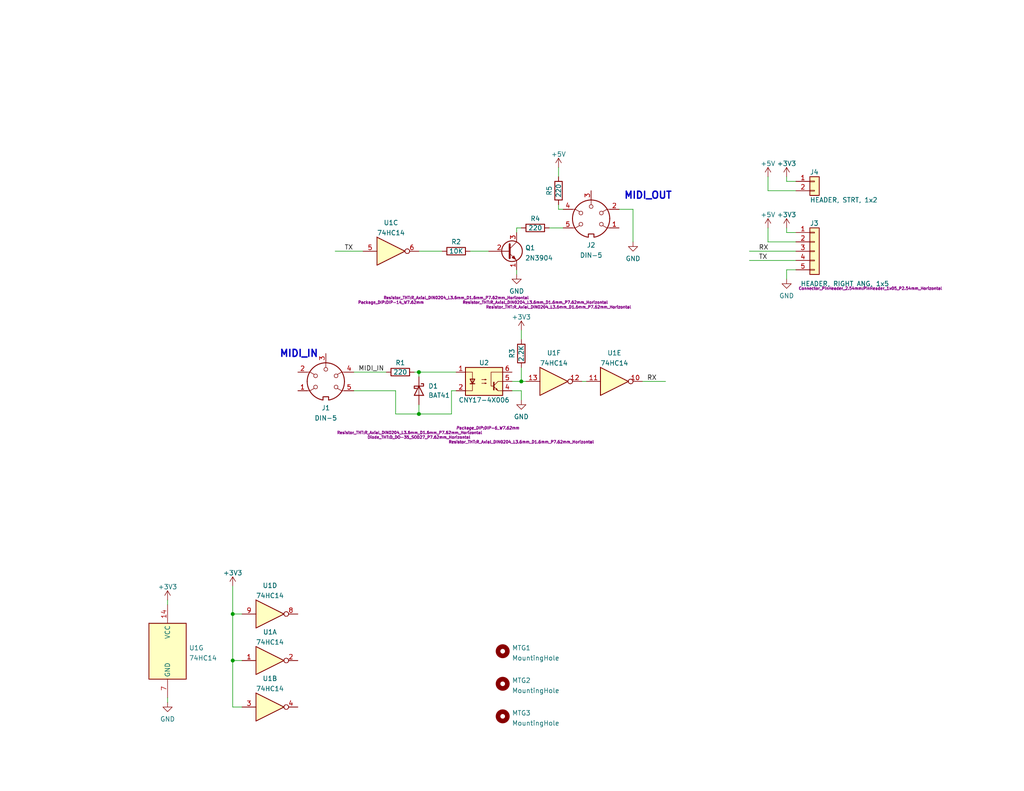
<source format=kicad_sch>
(kicad_sch (version 20211123) (generator eeschema)
  (paper "A")
  (title_block (title "MIDI-IN-OUT") (date "2022-09-29") (rev "1") (company "Land Boards, LLC"))
  (lib_symbols
    (symbol "74xx:74HC04"
      (property "Reference" "U" (at 0 1.27 0))
      (property "Value" "74HC04" (at 0 -1.27 0))
      (symbol "74HC04_1_0"
        (polyline (pts (xy -3.81 3.81) (xy -3.81 -3.81) (xy 3.81 0) (xy -3.81 3.81)) (stroke (width 0.254)) (fill (type background)))
        (pin input line (at -7.62 0 0) (length 3.81) (name "~") (number "1"))
        (pin output inverted (at 7.62 0 180) (length 3.81) (name "~") (number "2"))
      )
      (symbol "74HC04_2_0"
        (polyline (pts (xy -3.81 3.81) (xy -3.81 -3.81) (xy 3.81 0) (xy -3.81 3.81)) (stroke (width 0.254)) (fill (type background)))
        (pin input line (at -7.62 0 0) (length 3.81) (name "~") (number "3"))
        (pin output inverted (at 7.62 0 180) (length 3.81) (name "~") (number "4"))
      )
      (symbol "74HC04_3_0"
        (polyline (pts (xy -3.81 3.81) (xy -3.81 -3.81) (xy 3.81 0) (xy -3.81 3.81)) (stroke (width 0.254)) (fill (type background)))
        (pin input line (at -7.62 0 0) (length 3.81) (name "~") (number "5"))
        (pin output inverted (at 7.62 0 180) (length 3.81) (name "~") (number "6"))
      )
      (symbol "74HC04_4_0"
        (polyline (pts (xy -3.81 3.81) (xy -3.81 -3.81) (xy 3.81 0) (xy -3.81 3.81)) (stroke (width 0.254)) (fill (type background)))
        (pin output inverted (at 7.62 0 180) (length 3.81) (name "~") (number "8"))
        (pin input line (at -7.62 0 0) (length 3.81) (name "~") (number "9"))
      )
      (symbol "74HC04_5_0"
        (polyline (pts (xy -3.81 3.81) (xy -3.81 -3.81) (xy 3.81 0) (xy -3.81 3.81)) (stroke (width 0.254)) (fill (type background)))
        (pin output inverted (at 7.62 0 180) (length 3.81) (name "~") (number "10"))
        (pin input line (at -7.62 0 0) (length 3.81) (name "~") (number "11"))
      )
      (symbol "74HC04_6_0"
        (polyline (pts (xy -3.81 3.81) (xy -3.81 -3.81) (xy 3.81 0) (xy -3.81 3.81)) (stroke (width 0.254)) (fill (type background)))
        (pin output inverted (at 7.62 0 180) (length 3.81) (name "~") (number "12"))
        (pin input line (at -7.62 0 0) (length 3.81) (name "~") (number "13"))
      )
      (symbol "74HC04_7_0"
        (pin power_in line (at 0 12.7 270) (length 5.08) (name "VCC") (number "14"))
        (pin power_in line (at 0 -12.7 90) (length 5.08) (name "GND") (number "7"))
      )
      (symbol "74HC04_7_1"
        (rectangle (start -5.08 7.62) (end 5.08 -7.62) (stroke (width 0.254)) (fill (type background)))
      )
    )
    (symbol "Connector:DIN-5" (pin_names (offset 1.016))
      (property "Reference" "J" (at 3.175 5.715 0))
      (property "Value" "DIN-5" (at 0 -6.35 0))
      (symbol "DIN-5_0_1"
        (arc (start -5.08 0) (mid -3.8597 -3.3379) (end -0.762 -5.08) (stroke (width 0.254)))
        (circle (center -2.794 -1.524) (radius 0.508))
        (circle (center -2.794 1.524) (radius 0.508))
        (polyline (pts (xy 0 5.08) (xy 0 3.81)))
        (polyline (pts (xy -5.08 -2.54) (xy -4.318 -2.54) (xy -3.175 -1.905)))
        (polyline (pts (xy -5.08 2.54) (xy -4.318 2.54) (xy -3.175 1.905)))
        (polyline (pts (xy 5.08 -2.54) (xy 4.318 -2.54) (xy 3.175 -1.905)))
        (polyline (pts (xy 5.08 2.54) (xy 4.318 2.54) (xy 3.175 1.905)))
        (polyline (pts (xy -0.762 -4.953) (xy -0.762 -4.191) (xy 0.762 -4.191) (xy 0.762 -4.953)) (stroke (width 0.254)))
        (circle (center 0 3.302) (radius 0.508))
        (arc (start 0.762 -5.08) (mid 3.8673 -3.3444) (end 5.08 0) (stroke (width 0.254)))
        (circle (center 2.794 -1.524) (radius 0.508))
        (circle (center 2.794 1.524) (radius 0.508))
        (arc (start 5.08 0) (mid 0 5.08) (end -5.08 0) (stroke (width 0.254)))
      )
      (symbol "DIN-5_1_1"
        (pin passive line (at -7.62 -2.54 0) (length 2.54) (name "~") (number "1"))
        (pin passive line (at -7.62 2.54 0) (length 2.54) (name "~") (number "2"))
        (pin passive line (at 0 7.62 270) (length 2.54) (name "~") (number "3"))
        (pin passive line (at 7.62 2.54 180) (length 2.54) (name "~") (number "4"))
        (pin passive line (at 7.62 -2.54 180) (length 2.54) (name "~") (number "5"))
      )
    )
    (symbol "Connector_Generic:Conn_01x02" (pin_names (offset 1.016) hide)
      (property "Reference" "J" (at 0 2.54 0))
      (property "Value" "Conn_01x02" (at 0 -5.08 0))
      (symbol "Conn_01x02_1_1"
        (rectangle (start -1.27 -2.413) (end 0 -2.667) (stroke (width 0.1524)))
        (rectangle (start -1.27 0.127) (end 0 -0.127) (stroke (width 0.1524)))
        (rectangle (start -1.27 1.27) (end 1.27 -3.81) (stroke (width 0.254)) (fill (type background)))
        (pin passive line (at -5.08 0 0) (length 3.81) (name "Pin_1") (number "1"))
        (pin passive line (at -5.08 -2.54 0) (length 3.81) (name "Pin_2") (number "2"))
      )
    )
    (symbol "Connector_Generic:Conn_01x05" (pin_names (offset 1.016) hide)
      (property "Reference" "J" (at 0 7.62 0))
      (property "Value" "Conn_01x05" (at 0 -7.62 0))
      (symbol "Conn_01x05_1_1"
        (rectangle (start -1.27 -4.953) (end 0 -5.207) (stroke (width 0.1524)))
        (rectangle (start -1.27 -2.413) (end 0 -2.667) (stroke (width 0.1524)))
        (rectangle (start -1.27 0.127) (end 0 -0.127) (stroke (width 0.1524)))
        (rectangle (start -1.27 2.667) (end 0 2.413) (stroke (width 0.1524)))
        (rectangle (start -1.27 5.207) (end 0 4.953) (stroke (width 0.1524)))
        (rectangle (start -1.27 6.35) (end 1.27 -6.35) (stroke (width 0.254)) (fill (type background)))
        (pin passive line (at -5.08 5.08 0) (length 3.81) (name "Pin_1") (number "1"))
        (pin passive line (at -5.08 2.54 0) (length 3.81) (name "Pin_2") (number "2"))
        (pin passive line (at -5.08 0 0) (length 3.81) (name "Pin_3") (number "3"))
        (pin passive line (at -5.08 -2.54 0) (length 3.81) (name "Pin_4") (number "4"))
        (pin passive line (at -5.08 -5.08 0) (length 3.81) (name "Pin_5") (number "5"))
      )
    )
    (symbol "Device:D_Schottky" (pin_numbers hide) (pin_names (offset 1.016) hide)
      (property "Reference" "D" (at 0 2.54 0))
      (property "Value" "D_Schottky" (at 0 -2.54 0))
      (symbol "D_Schottky_0_1"
        (polyline (pts (xy 1.27 0) (xy -1.27 0)))
        (polyline (pts (xy 1.27 1.27) (xy 1.27 -1.27) (xy -1.27 0) (xy 1.27 1.27)) (stroke (width 0.254)))
        (polyline (pts (xy -1.905 0.635) (xy -1.905 1.27) (xy -1.27 1.27) (xy -1.27 -1.27) (xy -0.635 -1.27) (xy -0.635 -0.635)) (stroke (width 0.254)))
      )
      (symbol "D_Schottky_1_1"
        (pin passive line (at -3.81 0 0) (length 2.54) (name "K") (number "1"))
        (pin passive line (at 3.81 0 180) (length 2.54) (name "A") (number "2"))
      )
    )
    (symbol "Device:R" (pin_numbers hide) (pin_names (offset 0))
      (property "Reference" "R" (at 2.032 0 90))
      (property "Value" "R" (at 0 0 90))
      (symbol "R_0_1"
        (rectangle (start -1.016 -2.54) (end 1.016 2.54) (stroke (width 0.254)))
      )
      (symbol "R_1_1"
        (pin passive line (at 0 3.81 270) (length 1.27) (name "~") (number "1"))
        (pin passive line (at 0 -3.81 90) (length 1.27) (name "~") (number "2"))
      )
    )
    (symbol "Isolator:4N26" (pin_names (offset 1.016))
      (property "Reference" "U" (at -5.08 5.08 0))
      (property "Value" "4N26" (at 0 5.08 0))
      (symbol "4N26_0_1"
        (rectangle (start -5.08 3.81) (end 5.08 -3.81) (stroke (width 0.254)) (fill (type background)))
        (polyline (pts (xy -3.81 -0.635) (xy -2.54 -0.635)) (stroke (width 0.254)))
        (polyline (pts (xy 2.667 -1.397) (xy 3.81 -2.54)))
        (polyline (pts (xy 2.667 -1.143) (xy 3.81 0)))
        (polyline (pts (xy 3.81 -2.54) (xy 5.08 -2.54)))
        (polyline (pts (xy 3.81 0) (xy 5.08 0)))
        (polyline (pts (xy 2.667 -0.254) (xy 2.667 -2.286) (xy 2.667 -2.286)) (stroke (width 0.3556)))
        (polyline (pts (xy -5.08 -2.54) (xy -3.175 -2.54) (xy -3.175 2.54) (xy -5.08 2.54)))
        (polyline (pts (xy -3.175 -0.635) (xy -3.81 0.635) (xy -2.54 0.635) (xy -3.175 -0.635)) (stroke (width 0.254)))
        (polyline (pts (xy 3.683 -2.413) (xy 3.429 -1.905) (xy 3.175 -2.159) (xy 3.683 -2.413)))
        (polyline (pts (xy 5.08 2.54) (xy 1.905 2.54) (xy 1.905 -1.27) (xy 2.54 -1.27)))
        (polyline (pts (xy -0.635 -0.508) (xy 0.635 -0.508) (xy 0.254 -0.635) (xy 0.254 -0.381) (xy 0.635 -0.508)))
        (polyline (pts (xy -0.635 0.508) (xy 0.635 0.508) (xy 0.254 0.381) (xy 0.254 0.635) (xy 0.635 0.508)))
      )
      (symbol "4N26_1_1"
        (pin passive line (at -7.62 2.54 0) (length 2.54) (name "~") (number "1"))
        (pin passive line (at -7.62 -2.54 0) (length 2.54) (name "~") (number "2"))
        (pin no_connect line (at -5.08 0 0) (length 2.54) hide (name "NC") (number "3"))
        (pin passive line (at 7.62 -2.54 180) (length 2.54) (name "~") (number "4"))
        (pin passive line (at 7.62 0 180) (length 2.54) (name "~") (number "5"))
        (pin passive line (at 7.62 2.54 180) (length 2.54) (name "~") (number "6"))
      )
    )
    (symbol "Mechanical:MountingHole" (pin_names (offset 1.016))
      (property "Reference" "H" (at 0 5.08 0))
      (property "Value" "MountingHole" (at 0 3.175 0))
      (symbol "MountingHole_0_1"
        (circle (center 0 0) (radius 1.27) (stroke (width 1.27)))
      )
    )
    (symbol "Transistor_BJT:2N3904" (pin_names (offset 0) hide)
      (property "Reference" "Q" (at 5.08 1.905 0))
      (property "Value" "2N3904" (at 5.08 0 0))
      (symbol "2N3904_0_1"
        (polyline (pts (xy 0.635 0.635) (xy 2.54 2.54)))
        (polyline (pts (xy 0.635 -0.635) (xy 2.54 -2.54) (xy 2.54 -2.54)))
        (polyline (pts (xy 0.635 1.905) (xy 0.635 -1.905) (xy 0.635 -1.905)) (stroke (width 0.508)))
        (polyline (pts (xy 1.27 -1.778) (xy 1.778 -1.27) (xy 2.286 -2.286) (xy 1.27 -1.778) (xy 1.27 -1.778)) (fill (type outline)))
        (circle (center 1.27 0) (radius 2.8194) (stroke (width 0.254)))
      )
      (symbol "2N3904_1_1"
        (pin passive line (at 2.54 -5.08 90) (length 2.54) (name "E") (number "1"))
        (pin passive line (at -5.08 0 0) (length 5.715) (name "B") (number "2"))
        (pin passive line (at 2.54 5.08 270) (length 2.54) (name "C") (number "3"))
      )
    )
    (symbol "power:+3.3V" (power) (pin_names (offset 0))
      (property "Value" "+3.3V" (at 0 3.556 0))
      (symbol "+3.3V_0_1"
        (polyline (pts (xy -0.762 1.27) (xy 0 2.54)))
        (polyline (pts (xy 0 0) (xy 0 2.54)))
        (polyline (pts (xy 0 2.54) (xy 0.762 1.27)))
      )
      (symbol "+3.3V_1_1"
        (pin power_in line (at 0 0 90) (length 0) hide (name "+3V3") (number "1"))
      )
    )
    (symbol "power:+5V" (power) (pin_names (offset 0))
      (property "Value" "+5V" (at 0 3.556 0))
      (symbol "+5V_0_1"
        (polyline (pts (xy -0.762 1.27) (xy 0 2.54)))
        (polyline (pts (xy 0 0) (xy 0 2.54)))
        (polyline (pts (xy 0 2.54) (xy 0.762 1.27)))
      )
      (symbol "+5V_1_1"
        (pin power_in line (at 0 0 90) (length 0) hide (name "+5V") (number "1"))
      )
    )
    (symbol "power:GND" (power) (pin_names (offset 0))
      (property "Value" "GND" (at 0 -3.81 0))
      (symbol "GND_0_1"
        (polyline (pts (xy 0 0) (xy 0 -1.27) (xy 1.27 -1.27) (xy 0 -2.54) (xy -1.27 -1.27) (xy 0 -1.27)))
      )
      (symbol "GND_1_1"
        (pin power_in line (at 0 0 270) (length 0) hide (name "GND") (number "1"))
      )
    )
  )
  (junction (at 114.3 113.03))
  (junction (at 63.5 167.64))
  (junction (at 63.5 180.34))
  (junction (at 142.24 104.14))
  (junction (at 114.3 101.6))
  (wire (pts (xy 139.7 106.68) (xy 142.24 106.68)))
  (wire (pts (xy 217.17 52.07) (xy 209.55 52.07)))
  (wire (pts (xy 139.7 104.14) (xy 142.24 104.14)))
  (wire (pts (xy 45.72 163.83) (xy 45.72 165.1)))
  (wire (pts (xy 114.3 113.03) (xy 123.19 113.03)))
  (wire (pts (xy 160.02 104.14) (xy 158.75 104.14)))
  (wire (pts (xy 204.47 68.58) (xy 217.17 68.58)))
  (wire (pts (xy 214.63 76.2) (xy 214.63 73.66)))
  (wire (pts (xy 152.4 57.15) (xy 152.4 55.88)))
  (wire (pts (xy 123.19 106.68) (xy 124.46 106.68)))
  (wire (pts (xy 214.63 73.66) (xy 217.17 73.66)))
  (wire (pts (xy 217.17 49.53) (xy 214.63 49.53)))
  (wire (pts (xy 214.63 49.53) (xy 214.63 48.26)))
  (wire (pts (xy 123.19 113.03) (xy 123.19 106.68)))
  (wire (pts (xy 142.24 104.14) (xy 143.51 104.14)))
  (wire (pts (xy 113.03 101.6) (xy 114.3 101.6)))
  (wire (pts (xy 142.24 90.17) (xy 142.24 92.71)))
  (wire (pts (xy 149.86 62.23) (xy 153.67 62.23)))
  (wire (pts (xy 152.4 57.15) (xy 153.67 57.15)))
  (wire (pts (xy 63.5 167.64) (xy 66.04 167.64)))
  (wire (pts (xy 107.95 106.68) (xy 107.95 113.03)))
  (wire (pts (xy 45.72 190.5) (xy 45.72 191.77)))
  (wire (pts (xy 168.91 57.15) (xy 172.72 57.15)))
  (wire (pts (xy 114.3 101.6) (xy 124.46 101.6)))
  (wire (pts (xy 172.72 57.15) (xy 172.72 66.04)))
  (wire (pts (xy 63.5 180.34) (xy 66.04 180.34)))
  (wire (pts (xy 140.97 63.5) (xy 140.97 62.23)))
  (wire (pts (xy 217.17 63.5) (xy 214.63 63.5)))
  (wire (pts (xy 96.52 106.68) (xy 107.95 106.68)))
  (wire (pts (xy 105.41 101.6) (xy 96.52 101.6)))
  (wire (pts (xy 107.95 113.03) (xy 114.3 113.03)))
  (wire (pts (xy 142.24 106.68) (xy 142.24 109.22)))
  (wire (pts (xy 128.27 68.58) (xy 133.35 68.58)))
  (wire (pts (xy 114.3 101.6) (xy 114.3 102.87)))
  (wire (pts (xy 114.3 113.03) (xy 114.3 110.49)))
  (wire (pts (xy 214.63 63.5) (xy 214.63 62.23)))
  (wire (pts (xy 142.24 104.14) (xy 142.24 100.33)))
  (wire (pts (xy 63.5 160.02) (xy 63.5 167.64)))
  (wire (pts (xy 66.04 193.04) (xy 63.5 193.04)))
  (wire (pts (xy 175.26 104.14) (xy 181.61 104.14)))
  (wire (pts (xy 63.5 180.34) (xy 63.5 193.04)))
  (wire (pts (xy 152.4 45.72) (xy 152.4 48.26)))
  (wire (pts (xy 140.97 73.66) (xy 140.97 74.93)))
  (wire (pts (xy 63.5 167.64) (xy 63.5 180.34)))
  (wire (pts (xy 204.47 71.12) (xy 217.17 71.12)))
  (wire (pts (xy 114.3 68.58) (xy 120.65 68.58)))
  (wire (pts (xy 91.44 68.58) (xy 99.06 68.58)))
  (wire (pts (xy 217.17 66.04) (xy 209.55 66.04)))
  (wire (pts (xy 209.55 48.26) (xy 209.55 52.07)))
  (wire (pts (xy 209.55 62.23) (xy 209.55 66.04)))
  (wire (pts (xy 140.97 62.23) (xy 142.24 62.23)))
  (text "MIDI_IN" (at 76.2 97.79 0) (effects (font (size 1.905 1.905) (thickness 0.381) bold) (justify left bottom)))
  (text "MIDI_OUT" (at 170.18 54.61 0) (effects (font (size 1.905 1.905) (thickness 0.381) bold) (justify left bottom)))
  (label "TX" (at 207.01 71.12 0))
  (label "TX" (at 93.98 68.58 0))
  (label "RX" (at 176.53 104.14 0))
  (label "MIDI_IN" (at 97.79 101.6 0))
  (label "RX" (at 207.01 68.58 0))
  (symbol (lib_id "Isolator:4N26") (at 132.08 104.14 0) (unit 1)
    (property "Reference" "U2" (at 132.08 99.06 0))
    (property "Value" "CNY17-4X006" (at 132.08 109.22 0))
    (property "Footprint" "Package_DIP:DIP-6_W7.62mm" (at 124.46 116.84 0) (effects (font (size 0.762 0.762) italic) (justify left)))
    (property "Datasheet" "https://www.mouser.com/ProductDetail/Vishay-Semiconductors/CNY17-4X006?qs=%2Fjqivxn91ccVZaHNJrlaNA%3D%3D" (effects hide))
  )
  (symbol (lib_id "power:GND") (at 172.72 66.04 0) (unit 1)
    (property "Reference" "#PWR0105" (effects hide))
    (property "Value" "GND" (at 172.72 70.6025 0))
  )
  (symbol (lib_id "74xx:74HC04") (at 73.66 167.64 0) (unit 4)
    (property "Reference" "U1" (at 73.66 159.8635 0))
    (property "Value" "74HC14" (at 73.66 162.6386 0))
    (property "Footprint" "Package_DIP:DIP-14_W7.62mm" (effects hide))
    (property "Datasheet" "https://www.mouser.com/ProductDetail/595-SN74HC14AN" (effects hide))
  )
  (symbol (lib_id "power:+3.3V") (at 45.72 163.83 0) (unit 1)
    (property "Reference" "#PWR0101" (effects hide))
    (property "Value" "+3.3V" (at 45.72 160.2255 0))
  )
  (symbol (lib_id "Connector:DIN-5") (at 88.9 104.14 0) (unit 1)
    (property "Reference" "J1" (at 88.9001 111.3695 0))
    (property "Value" "DIN-5" (at 88.9001 114.1446 0))
    (property "Footprint" "LandBoards_Conns:MIDI_DIN-5" (effects hide))
    (property "Datasheet" "https://www.amazon.com/dp/B07NY6Z2N7?psc=1&ref=ppx_yo2ov_dt_b_product_details" (effects hide))
  )
  (symbol (lib_id "Connector_Generic:Conn_01x02") (at 222.25 49.53 0) (unit 1)
    (property "Reference" "J4" (at 220.98 46.99 0) (effects (justify left)))
    (property "Value" "HEADER, STRT, 1x2" (at 220.98 54.61 0) (effects (justify left)))
    (property "Footprint" "Connector_PinHeader_2.54mm:PinHeader_1x02_P2.54mm_Vertical" (effects hide))
  )
  (symbol (lib_id "Transistor_BJT:2N3904") (at 138.43 68.58 0) (unit 1)
    (property "Reference" "Q1" (at 143.2813 67.6715 0) (effects (justify left)))
    (property "Value" "2N3904" (at 143.2813 70.4466 0) (effects (justify left)))
    (property "Footprint" "Package_TO_SOT_THT:TO-92_Inline" (effects hide))
    (property "Datasheet" "https://www.onsemi.com/pub/Collateral/2N3903-D.PDF" (effects hide))
  )
  (symbol (lib_id "Mechanical:MountingHole") (at 137.16 177.8 0) (unit 1)
    (property "Reference" "MTG1" (at 139.7 176.8915 0) (effects (justify left)))
    (property "Value" "MountingHole" (at 139.7 179.6666 0) (effects (justify left)))
    (property "Footprint" "LandBoards_MountHoles:MTG-4-40-SMALL" (effects hide))
  )
  (symbol (lib_id "Device:R") (at 124.46 68.58 270) (mirror x) (unit 1)
    (property "Reference" "R2" (at 124.46 66.04 90))
    (property "Value" "10K" (at 124.46 68.58 90))
    (property "Footprint" "Resistor_THT:R_Axial_DIN0204_L3.6mm_D1.6mm_P7.62mm_Horizontal" (at 124.46 81.28 90) (effects (font (size 0.762 0.762))))
    (property "Datasheet" "https://www.mouser.com/ProductDetail/Xicon/299-10K-RC?qs=qNdDiqE2HS9kugz4oNhLDw%3D%3D" (effects hide))
  )
  (symbol (lib_id "Connector:DIN-5") (at 161.29 59.69 0) (mirror y) (unit 1)
    (property "Reference" "J2" (at 161.2899 66.9195 0))
    (property "Value" "DIN-5" (at 161.2899 69.6946 0))
    (property "Footprint" "LandBoards_Conns:MIDI_DIN-5" (effects hide))
    (property "Datasheet" "https://www.amazon.com/dp/B07NY6Z2N7?psc=1&ref=ppx_yo2ov_dt_b_product_details" (effects hide))
  )
  (symbol (lib_id "74xx:74HC04") (at 45.72 177.8 0) (mirror y) (unit 7)
    (property "Reference" "U1" (at 51.562 176.8915 0) (effects (justify right)))
    (property "Value" "74HC14" (at 51.562 179.6666 0) (effects (justify right)))
    (property "Footprint" "Package_DIP:DIP-14_W7.62mm" (effects hide))
    (property "Datasheet" "https://www.mouser.com/ProductDetail/595-SN74HC14AN" (effects hide))
  )
  (symbol (lib_id "Device:R") (at 146.05 62.23 90) (unit 1)
    (property "Reference" "R4" (at 146.05 59.69 90))
    (property "Value" "220" (at 146.05 62.23 90))
    (property "Footprint" "Resistor_THT:R_Axial_DIN0204_L3.6mm_D1.6mm_P7.62mm_Horizontal" (at 146.05 82.55 90) (effects (font (size 0.762 0.762))))
    (property "Datasheet" "https://www.mouser.com/ProductDetail/Xicon/299-220-RC?qs=MNX0Jdkv8mSgBtBJYBhvZQ%3D%3D" (effects hide))
  )
  (symbol (lib_id "power:+5V") (at 209.55 48.26 0) (unit 1)
    (property "Reference" "#PWR0112" (effects hide))
    (property "Value" "+5V" (at 209.55 44.6555 0))
  )
  (symbol (lib_id "power:GND") (at 45.72 191.77 0) (unit 1)
    (property "Reference" "#PWR0102" (effects hide))
    (property "Value" "GND" (at 45.72 196.3325 0))
  )
  (symbol (lib_id "Device:R") (at 142.24 96.52 180) (unit 1)
    (property "Reference" "R3" (at 139.7 96.52 90))
    (property "Value" "2.2K" (at 142.24 96.52 90))
    (property "Footprint" "Resistor_THT:R_Axial_DIN0204_L3.6mm_D1.6mm_P7.62mm_Horizontal" (at 142.24 120.65 0) (effects (font (size 0.762 0.762))))
    (property "Datasheet" "https://www.mouser.com/ProductDetail/Xicon/299-2.2K-RC?qs=QaPBMFBEHz3RDbXknTj%252ByA%3D%3D" (effects hide))
  )
  (symbol (lib_id "Device:R") (at 109.22 101.6 90) (unit 1)
    (property "Reference" "R1" (at 109.22 99.06 90))
    (property "Value" "220" (at 109.22 101.6 90))
    (property "Footprint" "Resistor_THT:R_Axial_DIN0204_L3.6mm_D1.6mm_P7.62mm_Horizontal" (at 111.76 118.11 90) (effects (font (size 0.762 0.762))))
    (property "Datasheet" "https://www.mouser.com/ProductDetail/Xicon/299-220-RC?qs=MNX0Jdkv8mSgBtBJYBhvZQ%3D%3D" (effects hide))
  )
  (symbol (lib_id "Mechanical:MountingHole") (at 137.16 195.58 0) (unit 1)
    (property "Reference" "MTG3" (at 139.7 194.6715 0) (effects (justify left)))
    (property "Value" "MountingHole" (at 139.7 197.4466 0) (effects (justify left)))
    (property "Footprint" "LandBoards_MountHoles:MTG-4-40-SMALL" (effects hide))
  )
  (symbol (lib_id "Device:R") (at 152.4 52.07 180) (unit 1)
    (property "Reference" "R5" (at 149.86 52.07 90))
    (property "Value" "220" (at 152.4 52.07 90))
    (property "Footprint" "Resistor_THT:R_Axial_DIN0204_L3.6mm_D1.6mm_P7.62mm_Horizontal" (at 152.4 83.82 0) (effects (font (size 0.762 0.762))))
    (property "Datasheet" "https://www.mouser.com/ProductDetail/Xicon/299-220-RC?qs=MNX0Jdkv8mSgBtBJYBhvZQ%3D%3D" (effects hide))
  )
  (symbol (lib_id "74xx:74HC04") (at 73.66 180.34 0) (unit 1)
    (property "Reference" "U1" (at 73.66 172.5635 0))
    (property "Value" "74HC14" (at 73.66 175.3386 0))
    (property "Footprint" "Package_DIP:DIP-14_W7.62mm" (effects hide))
    (property "Datasheet" "https://www.mouser.com/ProductDetail/595-SN74HC14AN" (effects hide))
  )
  (symbol (lib_id "power:+5V") (at 152.4 45.72 0) (unit 1)
    (property "Reference" "#PWR0106" (effects hide))
    (property "Value" "+5V" (at 152.4 42.1155 0))
  )
  (symbol (lib_id "power:GND") (at 140.97 74.93 0) (mirror y) (unit 1)
    (property "Reference" "#PWR0108" (effects hide))
    (property "Value" "GND" (at 140.97 79.4925 0))
  )
  (symbol (lib_id "74xx:74HC04") (at 73.66 193.04 0) (unit 2)
    (property "Reference" "U1" (at 73.66 185.2635 0))
    (property "Value" "74HC14" (at 73.66 188.0386 0))
    (property "Footprint" "Package_DIP:DIP-14_W7.62mm" (effects hide))
    (property "Datasheet" "https://www.mouser.com/ProductDetail/595-SN74HC14AN" (effects hide))
  )
  (symbol (lib_id "Connector_Generic:Conn_01x05") (at 222.25 68.58 0) (unit 1)
    (property "Reference" "J3" (at 220.98 60.96 0) (effects (justify left)))
    (property "Value" "HEADER, RIGHT ANG, 1x5" (at 218.44 77.47 0) (effects (justify left)))
    (property "Footprint" "Connector_PinHeader_2.54mm:PinHeader_1x05_P2.54mm_Horizontal" (at 237.49 78.74 0) (effects (font (size 0.762 0.762))))
  )
  (symbol (lib_id "power:GND") (at 142.24 109.22 0) (unit 1)
    (property "Reference" "#PWR0104" (effects hide))
    (property "Value" "GND" (at 142.24 113.7825 0))
  )
  (symbol (lib_id "power:+3.3V") (at 63.5 160.02 0) (unit 1)
    (property "Reference" "#PWR0103" (effects hide))
    (property "Value" "+3.3V" (at 63.5 156.4155 0))
  )
  (symbol (lib_id "Device:D_Schottky") (at 114.3 106.68 270) (unit 1)
    (property "Reference" "D1" (at 116.84 105.41 90) (effects (justify left)))
    (property "Value" "BAT41" (at 116.84 107.95 90) (effects (justify left)))
    (property "Footprint" "Diode_THT:D_DO-35_SOD27_P7.62mm_Horizontal" (at 114.3 119.38 90) (effects (font (size 0.762 0.762))))
    (property "Datasheet" "https://www.mouser.com/ProductDetail/STMicroelectronics/BAT41?qs=JV7lzlMm3yLsDyxobuLK1w%3D%3D" (effects hide))
  )
  (symbol (lib_id "power:+3.3V") (at 142.24 90.17 0) (unit 1)
    (property "Reference" "#PWR0107" (effects hide))
    (property "Value" "+3.3V" (at 142.24 86.5655 0))
  )
  (symbol (lib_id "Mechanical:MountingHole") (at 137.16 186.69 0) (unit 1)
    (property "Reference" "MTG2" (at 139.7 185.7815 0) (effects (justify left)))
    (property "Value" "MountingHole" (at 139.7 188.5566 0) (effects (justify left)))
    (property "Footprint" "LandBoards_MountHoles:MTG-4-40-SMALL" (effects hide))
  )
  (symbol (lib_id "74xx:74HC04") (at 151.13 104.14 0) (unit 6)
    (property "Reference" "U1" (at 151.13 96.3635 0))
    (property "Value" "74HC14" (at 151.13 99.1386 0))
    (property "Footprint" "Package_DIP:DIP-14_W7.62mm" (effects hide))
    (property "Datasheet" "https://www.mouser.com/ProductDetail/595-SN74HC14AN" (effects hide))
  )
  (symbol (lib_id "74xx:74HC04") (at 106.68 68.58 0) (unit 3)
    (property "Reference" "U1" (at 106.68 60.8035 0))
    (property "Value" "74HC14" (at 106.68 63.5786 0))
    (property "Footprint" "Package_DIP:DIP-14_W7.62mm" (at 106.68 82.55 0) (effects (font (size 0.762 0.762))))
    (property "Datasheet" "https://www.mouser.com/ProductDetail/595-SN74HC14AN" (effects hide))
  )
  (symbol (lib_id "power:+5V") (at 209.55 62.23 0) (unit 1)
    (property "Reference" "#PWR0109" (effects hide))
    (property "Value" "+5V" (at 209.55 58.6255 0))
  )
  (symbol (lib_id "power:+3.3V") (at 214.63 62.23 0) (unit 1)
    (property "Reference" "#PWR0111" (effects hide))
    (property "Value" "+3.3V" (at 214.63 58.6255 0))
  )
  (symbol (lib_id "power:+3.3V") (at 214.63 48.26 0) (unit 1)
    (property "Reference" "#PWR0113" (effects hide))
    (property "Value" "+3.3V" (at 214.63 44.6555 0))
  )
  (symbol (lib_id "power:GND") (at 214.63 76.2 0) (unit 1)
    (property "Reference" "#PWR0110" (effects hide))
    (property "Value" "GND" (at 214.63 80.7625 0))
  )
  (symbol (lib_id "74xx:74HC04") (at 167.64 104.14 0) (unit 5)
    (property "Reference" "U1" (at 167.64 96.3635 0))
    (property "Value" "74HC14" (at 167.64 99.1386 0))
    (property "Footprint" "Package_DIP:DIP-14_W7.62mm" (effects hide))
    (property "Datasheet" "https://www.mouser.com/ProductDetail/595-SN74HC14AN" (effects hide))
  )
)
</source>
